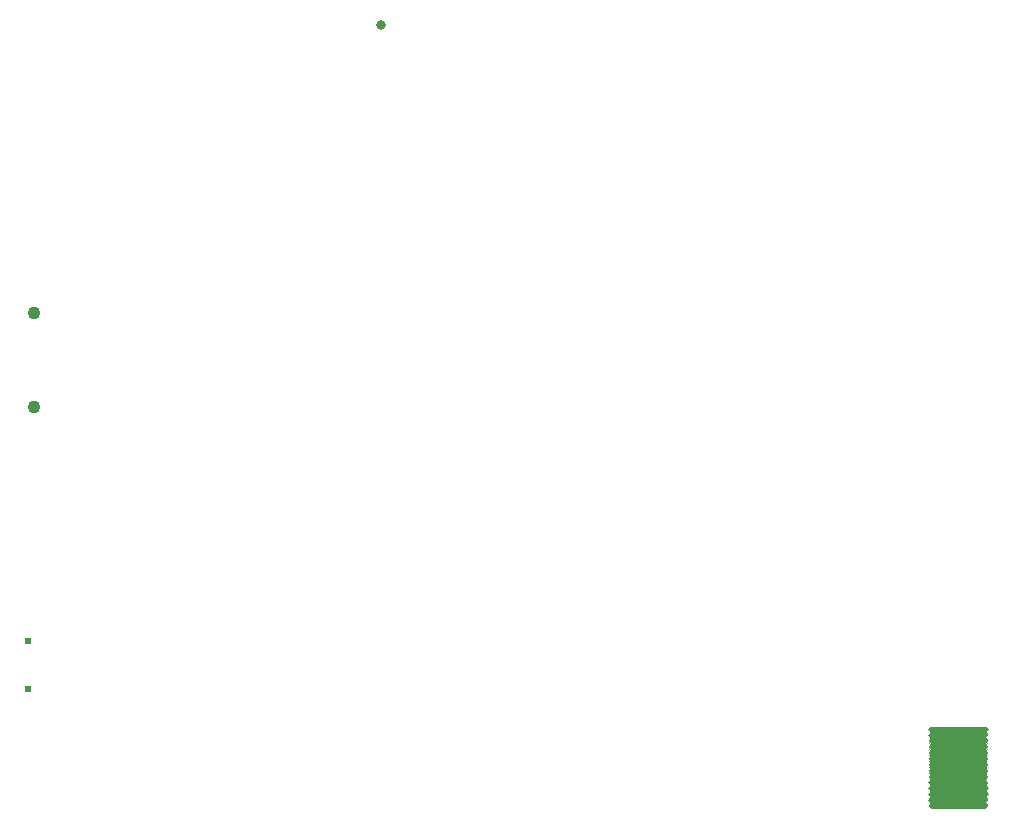
<source format=gts>
G04 #@! TF.GenerationSoftware,KiCad,Pcbnew,5.99.0-unknown-711fc99~101~ubuntu18.04.1*
G04 #@! TF.CreationDate,2020-06-08T21:24:47+05:30*
G04 #@! TF.ProjectId,paperd.ink_main_pcb,70617065-7264-42e6-996e-6b5f6d61696e,rev?*
G04 #@! TF.SameCoordinates,Original*
G04 #@! TF.FileFunction,Soldermask,Top*
G04 #@! TF.FilePolarity,Negative*
%FSLAX46Y46*%
G04 Gerber Fmt 4.6, Leading zero omitted, Abs format (unit mm)*
G04 Created by KiCad (PCBNEW 5.99.0-unknown-711fc99~101~ubuntu18.04.1) date 2020-06-08 21:24:47*
%MOMM*%
%LPD*%
G01*
G04 APERTURE LIST*
%ADD10C,0.802000*%
%ADD11C,1.102000*%
%ADD12C,0.602000*%
G04 APERTURE END LIST*
D10*
X136150000Y-73390000D03*
D11*
X106830000Y-105776000D03*
X106830000Y-97776000D03*
D12*
X106260000Y-125600000D03*
X106260000Y-129600000D03*
G36*
G01*
X182509000Y-139560000D02*
X182509000Y-139560000D01*
G75*
G02*
X182710000Y-139359000I201000J0D01*
G01*
X187410000Y-139359000D01*
G75*
G02*
X187611000Y-139560000I0J-201000D01*
G01*
X187611000Y-139560000D01*
G75*
G02*
X187410000Y-139761000I-201000J0D01*
G01*
X182710000Y-139761000D01*
G75*
G02*
X182509000Y-139560000I0J201000D01*
G01*
G37*
G36*
G01*
X182509000Y-139060000D02*
X182509000Y-139060000D01*
G75*
G02*
X182710000Y-138859000I201000J0D01*
G01*
X187410000Y-138859000D01*
G75*
G02*
X187611000Y-139060000I0J-201000D01*
G01*
X187611000Y-139060000D01*
G75*
G02*
X187410000Y-139261000I-201000J0D01*
G01*
X182710000Y-139261000D01*
G75*
G02*
X182509000Y-139060000I0J201000D01*
G01*
G37*
G36*
G01*
X182509000Y-138560000D02*
X182509000Y-138560000D01*
G75*
G02*
X182710000Y-138359000I201000J0D01*
G01*
X187410000Y-138359000D01*
G75*
G02*
X187611000Y-138560000I0J-201000D01*
G01*
X187611000Y-138560000D01*
G75*
G02*
X187410000Y-138761000I-201000J0D01*
G01*
X182710000Y-138761000D01*
G75*
G02*
X182509000Y-138560000I0J201000D01*
G01*
G37*
G36*
G01*
X182509000Y-138060000D02*
X182509000Y-138060000D01*
G75*
G02*
X182710000Y-137859000I201000J0D01*
G01*
X187410000Y-137859000D01*
G75*
G02*
X187611000Y-138060000I0J-201000D01*
G01*
X187611000Y-138060000D01*
G75*
G02*
X187410000Y-138261000I-201000J0D01*
G01*
X182710000Y-138261000D01*
G75*
G02*
X182509000Y-138060000I0J201000D01*
G01*
G37*
G36*
G01*
X182509000Y-137560000D02*
X182509000Y-137560000D01*
G75*
G02*
X182710000Y-137359000I201000J0D01*
G01*
X187410000Y-137359000D01*
G75*
G02*
X187611000Y-137560000I0J-201000D01*
G01*
X187611000Y-137560000D01*
G75*
G02*
X187410000Y-137761000I-201000J0D01*
G01*
X182710000Y-137761000D01*
G75*
G02*
X182509000Y-137560000I0J201000D01*
G01*
G37*
G36*
G01*
X182509000Y-137060000D02*
X182509000Y-137060000D01*
G75*
G02*
X182710000Y-136859000I201000J0D01*
G01*
X187410000Y-136859000D01*
G75*
G02*
X187611000Y-137060000I0J-201000D01*
G01*
X187611000Y-137060000D01*
G75*
G02*
X187410000Y-137261000I-201000J0D01*
G01*
X182710000Y-137261000D01*
G75*
G02*
X182509000Y-137060000I0J201000D01*
G01*
G37*
G36*
G01*
X182509000Y-136560000D02*
X182509000Y-136560000D01*
G75*
G02*
X182710000Y-136359000I201000J0D01*
G01*
X187410000Y-136359000D01*
G75*
G02*
X187611000Y-136560000I0J-201000D01*
G01*
X187611000Y-136560000D01*
G75*
G02*
X187410000Y-136761000I-201000J0D01*
G01*
X182710000Y-136761000D01*
G75*
G02*
X182509000Y-136560000I0J201000D01*
G01*
G37*
G36*
G01*
X182509000Y-136060000D02*
X182509000Y-136060000D01*
G75*
G02*
X182710000Y-135859000I201000J0D01*
G01*
X187410000Y-135859000D01*
G75*
G02*
X187611000Y-136060000I0J-201000D01*
G01*
X187611000Y-136060000D01*
G75*
G02*
X187410000Y-136261000I-201000J0D01*
G01*
X182710000Y-136261000D01*
G75*
G02*
X182509000Y-136060000I0J201000D01*
G01*
G37*
G36*
G01*
X182509000Y-135560000D02*
X182509000Y-135560000D01*
G75*
G02*
X182710000Y-135359000I201000J0D01*
G01*
X187410000Y-135359000D01*
G75*
G02*
X187611000Y-135560000I0J-201000D01*
G01*
X187611000Y-135560000D01*
G75*
G02*
X187410000Y-135761000I-201000J0D01*
G01*
X182710000Y-135761000D01*
G75*
G02*
X182509000Y-135560000I0J201000D01*
G01*
G37*
G36*
G01*
X182509000Y-135060000D02*
X182509000Y-135060000D01*
G75*
G02*
X182710000Y-134859000I201000J0D01*
G01*
X187410000Y-134859000D01*
G75*
G02*
X187611000Y-135060000I0J-201000D01*
G01*
X187611000Y-135060000D01*
G75*
G02*
X187410000Y-135261000I-201000J0D01*
G01*
X182710000Y-135261000D01*
G75*
G02*
X182509000Y-135060000I0J201000D01*
G01*
G37*
G36*
G01*
X182509000Y-134560000D02*
X182509000Y-134560000D01*
G75*
G02*
X182710000Y-134359000I201000J0D01*
G01*
X187410000Y-134359000D01*
G75*
G02*
X187611000Y-134560000I0J-201000D01*
G01*
X187611000Y-134560000D01*
G75*
G02*
X187410000Y-134761000I-201000J0D01*
G01*
X182710000Y-134761000D01*
G75*
G02*
X182509000Y-134560000I0J201000D01*
G01*
G37*
G36*
G01*
X182509000Y-134060000D02*
X182509000Y-134060000D01*
G75*
G02*
X182710000Y-133859000I201000J0D01*
G01*
X187410000Y-133859000D01*
G75*
G02*
X187611000Y-134060000I0J-201000D01*
G01*
X187611000Y-134060000D01*
G75*
G02*
X187410000Y-134261000I-201000J0D01*
G01*
X182710000Y-134261000D01*
G75*
G02*
X182509000Y-134060000I0J201000D01*
G01*
G37*
G36*
G01*
X182509000Y-133560000D02*
X182509000Y-133560000D01*
G75*
G02*
X182710000Y-133359000I201000J0D01*
G01*
X187410000Y-133359000D01*
G75*
G02*
X187611000Y-133560000I0J-201000D01*
G01*
X187611000Y-133560000D01*
G75*
G02*
X187410000Y-133761000I-201000J0D01*
G01*
X182710000Y-133761000D01*
G75*
G02*
X182509000Y-133560000I0J201000D01*
G01*
G37*
G36*
G01*
X182509000Y-133060000D02*
X182509000Y-133060000D01*
G75*
G02*
X182710000Y-132859000I201000J0D01*
G01*
X187410000Y-132859000D01*
G75*
G02*
X187611000Y-133060000I0J-201000D01*
G01*
X187611000Y-133060000D01*
G75*
G02*
X187410000Y-133261000I-201000J0D01*
G01*
X182710000Y-133261000D01*
G75*
G02*
X182509000Y-133060000I0J201000D01*
G01*
G37*
G36*
X182581425Y-139208779D02*
G01*
X182633860Y-139243816D01*
X182710199Y-139259001D01*
X187409801Y-139259001D01*
X187486140Y-139243816D01*
X187529971Y-139214529D01*
X187531967Y-139214398D01*
X187533078Y-139216061D01*
X187532720Y-139217339D01*
X187499088Y-139265370D01*
X187493543Y-139328759D01*
X187520475Y-139386515D01*
X187528751Y-139393461D01*
X187528997Y-139393707D01*
X187541218Y-139408271D01*
X187541565Y-139410241D01*
X187540033Y-139411527D01*
X187538575Y-139411220D01*
X187486140Y-139376184D01*
X187409801Y-139360999D01*
X182710199Y-139360999D01*
X182633860Y-139376184D01*
X182590030Y-139405471D01*
X182588034Y-139405602D01*
X182586923Y-139403939D01*
X182587281Y-139402661D01*
X182620912Y-139354632D01*
X182626458Y-139291243D01*
X182599528Y-139233486D01*
X182591251Y-139226542D01*
X182591005Y-139226296D01*
X182578782Y-139211728D01*
X182578435Y-139209758D01*
X182579967Y-139208472D01*
X182581425Y-139208779D01*
G37*
G36*
X182581425Y-138708779D02*
G01*
X182633860Y-138743816D01*
X182710199Y-138759001D01*
X187409801Y-138759001D01*
X187486140Y-138743816D01*
X187529971Y-138714529D01*
X187531967Y-138714398D01*
X187533078Y-138716061D01*
X187532720Y-138717339D01*
X187499088Y-138765370D01*
X187493543Y-138828759D01*
X187520475Y-138886515D01*
X187528751Y-138893461D01*
X187528997Y-138893707D01*
X187541218Y-138908271D01*
X187541565Y-138910241D01*
X187540033Y-138911527D01*
X187538575Y-138911220D01*
X187486140Y-138876184D01*
X187409801Y-138860999D01*
X182710199Y-138860999D01*
X182633860Y-138876184D01*
X182590030Y-138905471D01*
X182588034Y-138905602D01*
X182586923Y-138903939D01*
X182587281Y-138902661D01*
X182620912Y-138854632D01*
X182626458Y-138791243D01*
X182599528Y-138733486D01*
X182591251Y-138726542D01*
X182591005Y-138726296D01*
X182578782Y-138711728D01*
X182578435Y-138709758D01*
X182579967Y-138708472D01*
X182581425Y-138708779D01*
G37*
G36*
X182581425Y-138208779D02*
G01*
X182633860Y-138243816D01*
X182710199Y-138259001D01*
X187409801Y-138259001D01*
X187486140Y-138243816D01*
X187529971Y-138214529D01*
X187531967Y-138214398D01*
X187533078Y-138216061D01*
X187532720Y-138217339D01*
X187499088Y-138265370D01*
X187493543Y-138328759D01*
X187520475Y-138386515D01*
X187528751Y-138393461D01*
X187528997Y-138393707D01*
X187541218Y-138408271D01*
X187541565Y-138410241D01*
X187540033Y-138411527D01*
X187538575Y-138411220D01*
X187486140Y-138376184D01*
X187409801Y-138360999D01*
X182710199Y-138360999D01*
X182633860Y-138376184D01*
X182590030Y-138405471D01*
X182588034Y-138405602D01*
X182586923Y-138403939D01*
X182587281Y-138402661D01*
X182620912Y-138354632D01*
X182626458Y-138291243D01*
X182599528Y-138233486D01*
X182591251Y-138226542D01*
X182591005Y-138226296D01*
X182578782Y-138211728D01*
X182578435Y-138209758D01*
X182579967Y-138208472D01*
X182581425Y-138208779D01*
G37*
G36*
X182581425Y-137708779D02*
G01*
X182633860Y-137743816D01*
X182710199Y-137759001D01*
X187409801Y-137759001D01*
X187486140Y-137743816D01*
X187529971Y-137714529D01*
X187531967Y-137714398D01*
X187533078Y-137716061D01*
X187532720Y-137717339D01*
X187499088Y-137765370D01*
X187493543Y-137828759D01*
X187520475Y-137886515D01*
X187528751Y-137893461D01*
X187528997Y-137893707D01*
X187541218Y-137908271D01*
X187541565Y-137910241D01*
X187540033Y-137911527D01*
X187538575Y-137911220D01*
X187486140Y-137876184D01*
X187409801Y-137860999D01*
X182710199Y-137860999D01*
X182633860Y-137876184D01*
X182590030Y-137905471D01*
X182588034Y-137905602D01*
X182586923Y-137903939D01*
X182587281Y-137902661D01*
X182620912Y-137854632D01*
X182626458Y-137791243D01*
X182599528Y-137733486D01*
X182591251Y-137726542D01*
X182591005Y-137726296D01*
X182578782Y-137711728D01*
X182578435Y-137709758D01*
X182579967Y-137708472D01*
X182581425Y-137708779D01*
G37*
G36*
X182581425Y-137208779D02*
G01*
X182633860Y-137243816D01*
X182710199Y-137259001D01*
X187409801Y-137259001D01*
X187486140Y-137243816D01*
X187529971Y-137214529D01*
X187531967Y-137214398D01*
X187533078Y-137216061D01*
X187532720Y-137217339D01*
X187499088Y-137265370D01*
X187493543Y-137328759D01*
X187520475Y-137386515D01*
X187528751Y-137393461D01*
X187528997Y-137393707D01*
X187541218Y-137408271D01*
X187541565Y-137410241D01*
X187540033Y-137411527D01*
X187538575Y-137411220D01*
X187486140Y-137376184D01*
X187409801Y-137360999D01*
X182710199Y-137360999D01*
X182633860Y-137376184D01*
X182590030Y-137405471D01*
X182588034Y-137405602D01*
X182586923Y-137403939D01*
X182587281Y-137402661D01*
X182620912Y-137354632D01*
X182626458Y-137291243D01*
X182599528Y-137233486D01*
X182591251Y-137226542D01*
X182591005Y-137226296D01*
X182578782Y-137211728D01*
X182578435Y-137209758D01*
X182579967Y-137208472D01*
X182581425Y-137208779D01*
G37*
G36*
X182581425Y-136708779D02*
G01*
X182633860Y-136743816D01*
X182710199Y-136759001D01*
X187409801Y-136759001D01*
X187486140Y-136743816D01*
X187529971Y-136714529D01*
X187531967Y-136714398D01*
X187533078Y-136716061D01*
X187532720Y-136717339D01*
X187499088Y-136765370D01*
X187493543Y-136828759D01*
X187520475Y-136886515D01*
X187528751Y-136893461D01*
X187528997Y-136893707D01*
X187541218Y-136908271D01*
X187541565Y-136910241D01*
X187540033Y-136911527D01*
X187538575Y-136911220D01*
X187486140Y-136876184D01*
X187409801Y-136860999D01*
X182710199Y-136860999D01*
X182633860Y-136876184D01*
X182590030Y-136905471D01*
X182588034Y-136905602D01*
X182586923Y-136903939D01*
X182587281Y-136902661D01*
X182620912Y-136854632D01*
X182626458Y-136791243D01*
X182599528Y-136733486D01*
X182591251Y-136726542D01*
X182591005Y-136726296D01*
X182578782Y-136711728D01*
X182578435Y-136709758D01*
X182579967Y-136708472D01*
X182581425Y-136708779D01*
G37*
G36*
X182581425Y-136208779D02*
G01*
X182633860Y-136243816D01*
X182710199Y-136259001D01*
X187409801Y-136259001D01*
X187486140Y-136243816D01*
X187529971Y-136214529D01*
X187531967Y-136214398D01*
X187533078Y-136216061D01*
X187532720Y-136217339D01*
X187499088Y-136265370D01*
X187493543Y-136328759D01*
X187520475Y-136386515D01*
X187528751Y-136393461D01*
X187528997Y-136393707D01*
X187541218Y-136408271D01*
X187541565Y-136410241D01*
X187540033Y-136411527D01*
X187538575Y-136411220D01*
X187486140Y-136376184D01*
X187409801Y-136360999D01*
X182710199Y-136360999D01*
X182633860Y-136376184D01*
X182590030Y-136405471D01*
X182588034Y-136405602D01*
X182586923Y-136403939D01*
X182587281Y-136402661D01*
X182620912Y-136354632D01*
X182626458Y-136291243D01*
X182599528Y-136233486D01*
X182591251Y-136226542D01*
X182591005Y-136226296D01*
X182578782Y-136211728D01*
X182578435Y-136209758D01*
X182579967Y-136208472D01*
X182581425Y-136208779D01*
G37*
G36*
X182581425Y-135708779D02*
G01*
X182633860Y-135743816D01*
X182710199Y-135759001D01*
X187409801Y-135759001D01*
X187486140Y-135743816D01*
X187529971Y-135714529D01*
X187531967Y-135714398D01*
X187533078Y-135716061D01*
X187532720Y-135717339D01*
X187499088Y-135765370D01*
X187493543Y-135828759D01*
X187520475Y-135886515D01*
X187528751Y-135893461D01*
X187528997Y-135893707D01*
X187541218Y-135908271D01*
X187541565Y-135910241D01*
X187540033Y-135911527D01*
X187538575Y-135911220D01*
X187486140Y-135876184D01*
X187409801Y-135860999D01*
X182710199Y-135860999D01*
X182633860Y-135876184D01*
X182590030Y-135905471D01*
X182588034Y-135905602D01*
X182586923Y-135903939D01*
X182587281Y-135902661D01*
X182620912Y-135854632D01*
X182626458Y-135791243D01*
X182599528Y-135733486D01*
X182591251Y-135726542D01*
X182591005Y-135726296D01*
X182578782Y-135711728D01*
X182578435Y-135709758D01*
X182579967Y-135708472D01*
X182581425Y-135708779D01*
G37*
G36*
X182581425Y-135208779D02*
G01*
X182633860Y-135243816D01*
X182710199Y-135259001D01*
X187409801Y-135259001D01*
X187486140Y-135243816D01*
X187529971Y-135214529D01*
X187531967Y-135214398D01*
X187533078Y-135216061D01*
X187532720Y-135217339D01*
X187499088Y-135265370D01*
X187493543Y-135328759D01*
X187520475Y-135386515D01*
X187528751Y-135393461D01*
X187528997Y-135393707D01*
X187541218Y-135408271D01*
X187541565Y-135410241D01*
X187540033Y-135411527D01*
X187538575Y-135411220D01*
X187486140Y-135376184D01*
X187409801Y-135360999D01*
X182710199Y-135360999D01*
X182633860Y-135376184D01*
X182590030Y-135405471D01*
X182588034Y-135405602D01*
X182586923Y-135403939D01*
X182587281Y-135402661D01*
X182620912Y-135354632D01*
X182626458Y-135291243D01*
X182599528Y-135233486D01*
X182591251Y-135226542D01*
X182591005Y-135226296D01*
X182578782Y-135211728D01*
X182578435Y-135209758D01*
X182579967Y-135208472D01*
X182581425Y-135208779D01*
G37*
G36*
X182581425Y-134708779D02*
G01*
X182633860Y-134743816D01*
X182710199Y-134759001D01*
X187409801Y-134759001D01*
X187486140Y-134743816D01*
X187529971Y-134714529D01*
X187531967Y-134714398D01*
X187533078Y-134716061D01*
X187532720Y-134717339D01*
X187499088Y-134765370D01*
X187493543Y-134828759D01*
X187520475Y-134886515D01*
X187528751Y-134893461D01*
X187528997Y-134893707D01*
X187541218Y-134908271D01*
X187541565Y-134910241D01*
X187540033Y-134911527D01*
X187538575Y-134911220D01*
X187486140Y-134876184D01*
X187409801Y-134860999D01*
X182710199Y-134860999D01*
X182633860Y-134876184D01*
X182590030Y-134905471D01*
X182588034Y-134905602D01*
X182586923Y-134903939D01*
X182587281Y-134902661D01*
X182620912Y-134854632D01*
X182626458Y-134791243D01*
X182599528Y-134733486D01*
X182591251Y-134726542D01*
X182591005Y-134726296D01*
X182578782Y-134711728D01*
X182578435Y-134709758D01*
X182579967Y-134708472D01*
X182581425Y-134708779D01*
G37*
G36*
X182581425Y-134208779D02*
G01*
X182633860Y-134243816D01*
X182710199Y-134259001D01*
X187409801Y-134259001D01*
X187486140Y-134243816D01*
X187529971Y-134214529D01*
X187531967Y-134214398D01*
X187533078Y-134216061D01*
X187532720Y-134217339D01*
X187499088Y-134265370D01*
X187493543Y-134328759D01*
X187520475Y-134386515D01*
X187528751Y-134393461D01*
X187528997Y-134393707D01*
X187541218Y-134408271D01*
X187541565Y-134410241D01*
X187540033Y-134411527D01*
X187538575Y-134411220D01*
X187486140Y-134376184D01*
X187409801Y-134360999D01*
X182710199Y-134360999D01*
X182633860Y-134376184D01*
X182590030Y-134405471D01*
X182588034Y-134405602D01*
X182586923Y-134403939D01*
X182587281Y-134402661D01*
X182620912Y-134354632D01*
X182626458Y-134291243D01*
X182599528Y-134233486D01*
X182591251Y-134226542D01*
X182591005Y-134226296D01*
X182578782Y-134211728D01*
X182578435Y-134209758D01*
X182579967Y-134208472D01*
X182581425Y-134208779D01*
G37*
G36*
X182581425Y-133708779D02*
G01*
X182633860Y-133743816D01*
X182710199Y-133759001D01*
X187409801Y-133759001D01*
X187486140Y-133743816D01*
X187529971Y-133714529D01*
X187531967Y-133714398D01*
X187533078Y-133716061D01*
X187532720Y-133717339D01*
X187499088Y-133765370D01*
X187493543Y-133828759D01*
X187520475Y-133886515D01*
X187528751Y-133893461D01*
X187528997Y-133893707D01*
X187541218Y-133908271D01*
X187541565Y-133910241D01*
X187540033Y-133911527D01*
X187538575Y-133911220D01*
X187486140Y-133876184D01*
X187409801Y-133860999D01*
X182710199Y-133860999D01*
X182633860Y-133876184D01*
X182590030Y-133905471D01*
X182588034Y-133905602D01*
X182586923Y-133903939D01*
X182587281Y-133902661D01*
X182620912Y-133854632D01*
X182626458Y-133791243D01*
X182599528Y-133733486D01*
X182591251Y-133726542D01*
X182591005Y-133726296D01*
X182578782Y-133711728D01*
X182578435Y-133709758D01*
X182579967Y-133708472D01*
X182581425Y-133708779D01*
G37*
G36*
X182581425Y-133208779D02*
G01*
X182633860Y-133243816D01*
X182710199Y-133259001D01*
X187409801Y-133259001D01*
X187486140Y-133243816D01*
X187529971Y-133214529D01*
X187531967Y-133214398D01*
X187533078Y-133216061D01*
X187532720Y-133217339D01*
X187499088Y-133265370D01*
X187493543Y-133328759D01*
X187520475Y-133386515D01*
X187528751Y-133393461D01*
X187528997Y-133393707D01*
X187541218Y-133408271D01*
X187541565Y-133410241D01*
X187540033Y-133411527D01*
X187538575Y-133411220D01*
X187486140Y-133376184D01*
X187409801Y-133360999D01*
X182710199Y-133360999D01*
X182633860Y-133376184D01*
X182590030Y-133405471D01*
X182588034Y-133405602D01*
X182586923Y-133403939D01*
X182587281Y-133402661D01*
X182620912Y-133354632D01*
X182626458Y-133291243D01*
X182599528Y-133233486D01*
X182591251Y-133226542D01*
X182591005Y-133226296D01*
X182578782Y-133211728D01*
X182578435Y-133209758D01*
X182579967Y-133208472D01*
X182581425Y-133208779D01*
G37*
M02*

</source>
